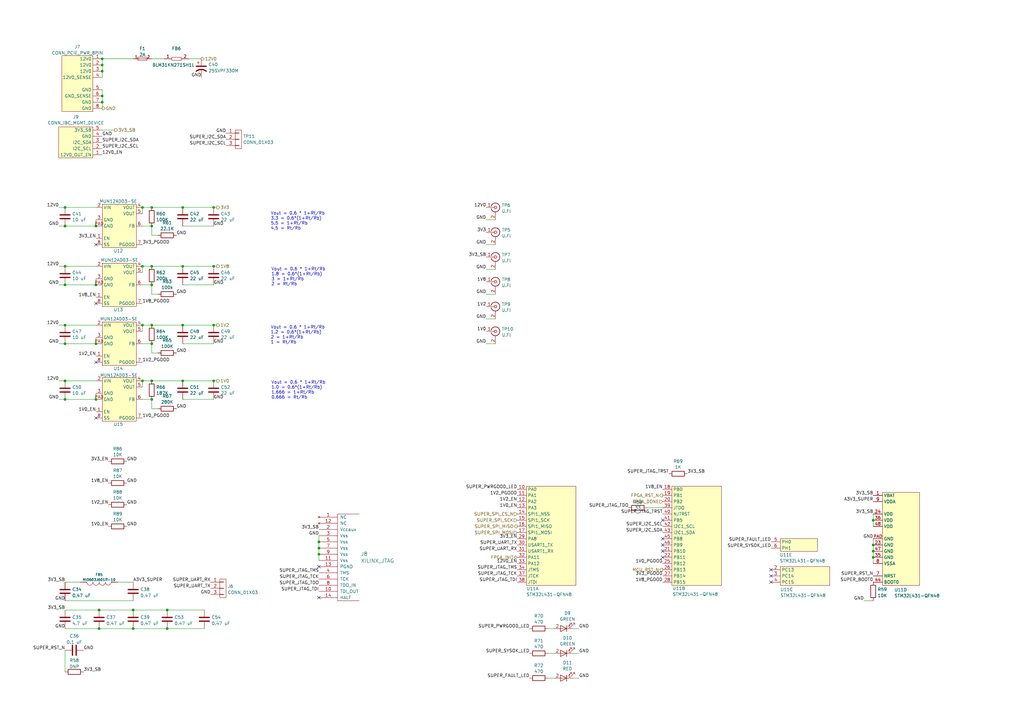
<source format=kicad_sch>
(kicad_sch (version 20231120) (generator "eeschema") (generator_version "8.0")
  (paper "A3")
  (title_block (title "FPGA - STM32 Interface Test") (date "2024-06-12") (rev "0.1") (company "Antikernel Labs"))
  (lib_symbols
    (symbol "conn:CONN_01X03" (pin_names (offset 1.016) hide)
      (property "Reference" "J" (at 0 5.08 0))
      (property "Value" "CONN_01X03" (at 2.54 0 90))
      (symbol "CONN_01X03_0_1"
        (rectangle (start -1.27 -2.413) (end 0.254 -2.667))
        (rectangle (start -1.27 0.127) (end 0.254 -0.127))
        (rectangle (start -1.27 2.667) (end 0.254 2.413))
        (rectangle (start -1.27 3.81) (end 1.27 -3.81))
      )
      (symbol "CONN_01X03_1_1"
        (pin passive line (at -5.08 2.54 0) (length 3.81) (name "P1") (number "1"))
        (pin passive line (at -5.08 0 0) (length 3.81) (name "P2") (number "2"))
        (pin passive line (at -5.08 -2.54 0) (length 3.81) (name "P3") (number "3"))
      )
    )
    (symbol "conn:CONN_COAXIAL" (pin_names (offset 1.016) hide)
      (property "Reference" "J" (at 0.254 3.048 0))
      (property "Value" "CONN_COAXIAL" (at 2.921 0 90))
      (symbol "CONN_COAXIAL_0_1"
        (arc (start -1.778 -0.508) (mid 0.2311 -1.8066) (end 1.778 0) (stroke (width 0.254)))
        (polyline (pts (xy -1.27 0) (xy -0.508 0)))
        (polyline (pts (xy 0 -2.54) (xy 0 -1.778)))
        (circle (center 0 0) (radius 0.508) (stroke (width 0.2032)))
        (arc (start 1.778 0) (mid 0.2099 1.8101) (end -1.778 0.508) (stroke (width 0.254)))
      )
      (symbol "CONN_COAXIAL_1_1"
        (pin passive line (at -3.81 0 0) (length 2.54) (name "In") (number "1"))
        (pin passive line (at 0 -5.08 90) (length 2.54) (name "Ext") (number "2"))
      )
    )
    (symbol "device:C" (pin_numbers hide) (pin_names (offset 0.254))
      (property "Reference" "C" (at 0.635 2.54 0))
      (property "Value" "C" (at 0.635 -2.54 0))
      (symbol "C_0_1"
        (polyline (pts (xy -2.032 -0.762) (xy 2.032 -0.762)) (stroke (width 0.508)))
        (polyline (pts (xy -2.032 0.762) (xy 2.032 0.762)) (stroke (width 0.508)))
      )
      (symbol "C_1_1"
        (pin passive line (at 0 3.81 270) (length 2.794) (name "~") (number "1"))
        (pin passive line (at 0 -3.81 90) (length 2.794) (name "~") (number "2"))
      )
    )
    (symbol "device:CP1" (pin_numbers hide) (pin_names (offset 0.254) hide)
      (property "Reference" "C" (at 0.635 2.54 0))
      (property "Value" "CP1" (at 0.635 -2.54 0))
      (symbol "CP1_0_1"
        (polyline (pts (xy -2.032 0.762) (xy 2.032 0.762)) (stroke (width 0.508)))
        (polyline (pts (xy -1.778 2.286) (xy -0.762 2.286)))
        (polyline (pts (xy -1.27 1.778) (xy -1.27 2.794)))
        (arc (start 2.032 -1.27) (mid 0 -0.5572) (end -2.032 -1.27) (stroke (width 0.508)))
      )
      (symbol "CP1_1_1"
        (pin passive line (at 0 3.81 270) (length 2.794) (name "~") (number "1"))
        (pin passive line (at 0 -3.81 90) (length 3.302) (name "~") (number "2"))
      )
    )
    (symbol "device:LED" (pin_names (offset 1.016) hide)
      (property "Reference" "D" (at 0 2.54 0))
      (property "Value" "LED" (at 0 -2.54 0))
      (symbol "LED_0_1"
        (polyline (pts (xy -1.27 -1.27) (xy -1.27 1.27)) (stroke (width 0.2032)))
        (polyline (pts (xy -1.27 0) (xy 1.27 0)))
        (polyline (pts (xy 1.27 -1.27) (xy 1.27 1.27) (xy -1.27 0) (xy 1.27 -1.27)) (stroke (width 0.2032)))
        (polyline (pts (xy -3.048 -0.762) (xy -4.572 -2.286) (xy -3.81 -2.286) (xy -4.572 -2.286) (xy -4.572 -1.524)))
        (polyline (pts (xy -1.778 -0.762) (xy -3.302 -2.286) (xy -2.54 -2.286) (xy -3.302 -2.286) (xy -3.302 -1.524)))
      )
      (symbol "LED_1_1"
        (pin passive line (at -3.81 0 0) (length 2.54) (name "K") (number "1"))
        (pin passive line (at 3.81 0 180) (length 2.54) (name "A") (number "2"))
      )
    )
    (symbol "device:R" (pin_numbers hide) (pin_names (offset 0))
      (property "Reference" "R" (at 2.032 0 90))
      (property "Value" "R" (at 0 0 90))
      (symbol "R_0_1"
        (rectangle (start -1.016 -2.54) (end 1.016 2.54) (stroke (width 0.254)))
      )
      (symbol "R_1_1"
        (pin passive line (at 0 3.81 270) (length 1.27) (name "~") (number "1"))
        (pin passive line (at 0 -3.81 90) (length 1.27) (name "~") (number "2"))
      )
    )
    (symbol "passive-azonenberg:FERRITE_SMALL2" (pin_names (offset 1.016))
      (property "Reference" "FB" (at 0 2.54 0))
      (property "Value" "FERRITE_SMALL2" (at 0 -2.54 0))
      (symbol "FERRITE_SMALL2_0_1"
        (rectangle (start -1.905 0.635) (end 1.905 -0.635))
      )
      (symbol "FERRITE_SMALL2_1_1"
        (pin input line (at -5.08 0 0) (length 3.175) (name "~") (number "1"))
        (pin power_out line (at 5.08 0 180) (length 3.175) (name "~") (number "2"))
      )
    )
    (symbol "passive-azonenberg:INDUCTOR_PWROUT" (pin_numbers hide) (pin_names (offset 1.016) hide)
      (property "Reference" "L" (at -1.27 0 90))
      (property "Value" "INDUCTOR_PWROUT" (at 2.54 0 90))
      (symbol "INDUCTOR_PWROUT_0_1"
        (arc (start 0.0254 -5.0546) (mid 1.245 -3.7973) (end 0.0254 -2.54))
        (arc (start 0.0254 -2.5146) (mid 1.2704 -1.2319) (end 0.0254 0.0508))
        (arc (start 0.0254 0.0254) (mid 1.2704 1.3081) (end 0.0254 2.5908))
        (arc (start 0.0254 2.5654) (mid 1.1942 3.7719) (end 0.0254 4.9784))
      )
      (symbol "INDUCTOR_PWROUT_1_1"
        (pin power_out line (at 0 7.62 270) (length 2.54) (name "1") (number "1"))
        (pin passive line (at 0 -7.62 90) (length 2.54) (name "2") (number "2"))
      )
    )
    (symbol "power-azonenberg:CONN_IBC_MGMT_DEVICE"
      (property "Reference" "J" (at 0 -1.27 0))
      (property "Value" "CONN_IBC_MGMT_DEVICE" (at 0 -3.81 0))
      (symbol "CONN_IBC_MGMT_DEVICE_0_1"
        (rectangle (start 0 12.7) (end -13.97 0) (stroke (width 0.1524)) (fill (type background)))
      )
      (symbol "CONN_IBC_MGMT_DEVICE_1_1"
        (pin input line (at 3.81 1.27 180) (length 3.81) (name "12V0_OUT_EN") (number "1"))
        (pin bidirectional line (at 3.81 3.81 180) (length 3.81) (name "I2C_SCL") (number "2"))
        (pin bidirectional line (at 3.81 6.35 180) (length 3.81) (name "I2C_SDA") (number "3"))
        (pin power_in line (at 3.81 8.89 180) (length 3.81) (name "GND") (number "4"))
        (pin power_out line (at 3.81 11.43 180) (length 3.81) (name "3V3_SB") (number "5"))
      )
    )
    (symbol "power-azonenberg:CONN_PCIE_PWR_8PIN"
      (property "Reference" "J" (at 0 -1.27 0))
      (property "Value" "CONN_PCIE_PWR_8PIN" (at 0 -3.81 0))
      (symbol "CONN_PCIE_PWR_8PIN_0_1"
        (rectangle (start 0 22.86) (end -12.7 0) (stroke (width 0.1524)) (fill (type background)))
      )
      (symbol "CONN_PCIE_PWR_8PIN_1_1"
        (pin power_out line (at 3.81 21.59 180) (length 3.81) (name "12V0") (number "1"))
        (pin power_in line (at 3.81 19.05 180) (length 3.81) (name "12V0") (number "2"))
        (pin power_in line (at 3.81 16.51 180) (length 3.81) (name "12V0") (number "3"))
        (pin power_in line (at 3.81 13.97 180) (length 3.81) (name "12V0_SENSE") (number "4"))
        (pin power_out line (at 3.81 8.89 180) (length 3.81) (name "GND") (number "5"))
        (pin power_in line (at 3.81 6.35 180) (length 3.81) (name "GND_SENSE") (number "6"))
        (pin power_in line (at 3.81 3.81 180) (length 3.81) (name "GND") (number "7"))
        (pin power_in line (at 3.81 1.27 180) (length 3.81) (name "GND") (number "8"))
      )
    )
    (symbol "power-azonenberg:FUSE_PWROUT_2" (pin_names (offset 0.254))
      (property "Reference" "F" (at 4.445 1.27 0))
      (property "Value" "FUSE_PWROUT_2" (at -0.635 -1.905 0))
      (symbol "FUSE_PWROUT_2_0_1"
        (rectangle (start -1.905 0.635) (end 1.905 -0.635))
        (polyline (pts (xy 1.905 0) (xy -1.905 0)))
      )
      (symbol "FUSE_PWROUT_2_1_1"
        (pin power_in line (at -3.81 0 0) (length 2.54) (name "~") (number "1"))
        (pin power_out line (at 3.81 0 180) (length 2.54) (name "~") (number "2"))
      )
    )
    (symbol "power-azonenberg:MUN12AD03-SE"
      (property "Reference" "U" (at 0 -3.048 0))
      (symbol "MUN12AD03-SE_1_1"
        (rectangle (start 0 17.78) (end 13.97 0) (fill (type background)))
        (pin input line (at -2.54 3.81 0) (length 2.54) (name "EN") (number "1"))
        (pin power_in line (at -2.54 16.51 0) (length 2.54) (name "VIN") (number "2"))
        (pin power_in line (at -2.54 11.43 0) (length 2.54) (name "GND") (number "3"))
        (pin power_out line (at 16.51 16.51 180) (length 2.54) (name "VOUT") (number "4"))
        (pin power_in line (at 16.51 13.97 180) (length 2.54) (name "VOUT") (number "5"))
        (pin input line (at 16.51 8.89 180) (length 2.54) (name "FB") (number "6"))
        (pin open_collector line (at 16.51 1.27 180) (length 2.54) (name "PGOOD") (number "7"))
        (pin input line (at -2.54 1.27 0) (length 2.54) (name "SS") (number "8"))
        (pin power_in line (at -2.54 8.89 0) (length 2.54) (name "GND") (number "PAD"))
      )
    )
    (symbol "st-azonenberg:STM32L431-QFN48"
      (property "Reference" "U" (at 1.27 -1.27 0))
      (property "Value" "STM32L431-QFN48" (at 8.89 -3.81 0))
      (symbol "STM32L431-QFN48_1_1"
        (rectangle (start 0 40.64) (end 20.32 0) (stroke (width 0.1524)) (fill (type background)))
        (pin bidirectional line (at -3.81 39.37 0) (length 3.81) (name "PA0") (number "10"))
        (pin bidirectional line (at -3.81 36.83 0) (length 3.81) (name "PA1") (number "11") (alternate "SPI1_SCK" bidirectional line))
        (pin bidirectional line (at -3.81 34.29 0) (length 3.81) (name "PA2") (number "12"))
        (pin bidirectional line (at -3.81 31.75 0) (length 3.81) (name "PA3") (number "13"))
        (pin bidirectional line (at -3.81 29.21 0) (length 3.81) (name "PA4") (number "14") (alternate "SPI1_NSS" bidirectional line))
        (pin bidirectional line (at -3.81 26.67 0) (length 3.81) (name "PA5") (number "15") (alternate "SPI1_SCK" bidirectional line))
        (pin bidirectional line (at -3.81 24.13 0) (length 3.81) (name "PA6") (number "16") (alternate "SPI1_MISO" bidirectional line))
        (pin bidirectional line (at -3.81 21.59 0) (length 3.81) (name "PA7") (number "17") (alternate "SPI1_MOSI" bidirectional line))
        (pin bidirectional line (at -3.81 19.05 0) (length 3.81) (name "PA8") (number "29"))
        (pin bidirectional line (at -3.81 16.51 0) (length 3.81) (name "PA9") (number "30") (alternate "I2C1_SCL" bidirectional line) (alternate "USART1_TX" output line))
        (pin bidirectional line (at -3.81 13.97 0) (length 3.81) (name "PA10") (number "31") (alternate "I2C1_SDA" bidirectional line) (alternate "USART1_RX" input line))
        (pin bidirectional line (at -3.81 11.43 0) (length 3.81) (name "PA11") (number "32") (alternate "SPI1_MISO" bidirectional line))
        (pin bidirectional line (at -3.81 8.89 0) (length 3.81) (name "PA12") (number "33") (alternate "SPI1_MOSI" bidirectional line))
        (pin bidirectional line (at -3.81 6.35 0) (length 3.81) (name "PA13") (number "34") (alternate "JTMS" input line))
        (pin bidirectional line (at -3.81 3.81 0) (length 3.81) (name "PA14") (number "37") (alternate "JTCK" input line))
        (pin bidirectional line (at -3.81 1.27 0) (length 3.81) (name "PA15") (number "38") (alternate "JTDI" input line) (alternate "SPI1_NSS" bidirectional line))
      )
      (symbol "STM32L431-QFN48_2_1"
        (rectangle (start 0 40.64) (end 20.32 0) (stroke (width 0.1524)) (fill (type background)))
        (pin bidirectional line (at -3.81 39.37 0) (length 3.81) (name "PB0") (number "18") (alternate "SPI1_NSS" bidirectional line))
        (pin bidirectional line (at -3.81 36.83 0) (length 3.81) (name "PB1") (number "19"))
        (pin bidirectional line (at -3.81 34.29 0) (length 3.81) (name "PB2") (number "20"))
        (pin bidirectional line (at -3.81 13.97 0) (length 3.81) (name "PB10") (number "21"))
        (pin bidirectional line (at -3.81 11.43 0) (length 3.81) (name "PB11") (number "22"))
        (pin bidirectional line (at -3.81 8.89 0) (length 3.81) (name "PB12") (number "25"))
        (pin bidirectional line (at -3.81 6.35 0) (length 3.81) (name "PB13") (number "26"))
        (pin bidirectional line (at -3.81 3.81 0) (length 3.81) (name "PB14") (number "27"))
        (pin bidirectional line (at -3.81 1.27 0) (length 3.81) (name "PB15") (number "28"))
        (pin bidirectional line (at -3.81 31.75 0) (length 3.81) (name "PB3") (number "39") (alternate "JTDO" output line) (alternate "SPI1_SCK" bidirectional line))
        (pin bidirectional line (at -3.81 29.21 0) (length 3.81) (name "PB4") (number "40") (alternate "NJTRST" input line) (alternate "SPI1_MISO" bidirectional line))
        (pin bidirectional line (at -3.81 26.67 0) (length 3.81) (name "PB5") (number "41") (alternate "SPI1_MOSI" bidirectional line))
        (pin bidirectional line (at -3.81 24.13 0) (length 3.81) (name "PB6") (number "42") (alternate "I2C1_SCL" bidirectional line) (alternate "USART1_TX" output line))
        (pin bidirectional line (at -3.81 21.59 0) (length 3.81) (name "PB7") (number "43") (alternate "I2C1_SDA" bidirectional line) (alternate "USART1_RX" input line))
        (pin bidirectional line (at -3.81 19.05 0) (length 3.81) (name "PB8") (number "45") (alternate "I2C1_SCL" bidirectional line))
        (pin bidirectional line (at -3.81 16.51 0) (length 3.81) (name "PB9") (number "46") (alternate "I2C1_SDA" bidirectional line))
      )
      (symbol "STM32L431-QFN48_3_1"
        (rectangle (start 0 7.62) (end 20.32 0) (stroke (width 0.1524)) (fill (type background)))
        (pin bidirectional line (at -3.81 6.35 0) (length 3.81) (name "PC13") (number "2"))
        (pin bidirectional line (at -3.81 3.81 0) (length 3.81) (name "PC14") (number "3"))
        (pin bidirectional line (at -3.81 1.27 0) (length 3.81) (name "PC15") (number "4"))
      )
      (symbol "STM32L431-QFN48_4_1"
        (rectangle (start 0 38.1) (end 15.24 0) (stroke (width 0.1524)) (fill (type background)))
        (pin power_in line (at -3.81 36.83 0) (length 3.81) (name "VBAT") (number "1"))
        (pin power_in line (at -3.81 16.51 0) (length 3.81) (name "GND") (number "23"))
        (pin power_in line (at -3.81 29.21 0) (length 3.81) (name "VDD") (number "24"))
        (pin power_in line (at -3.81 11.43 0) (length 3.81) (name "GND") (number "35"))
        (pin power_in line (at -3.81 26.67 0) (length 3.81) (name "VDD") (number "36"))
        (pin input line (at -3.81 1.27 0) (length 3.81) (name "BOOT0") (number "44"))
        (pin power_in line (at -3.81 13.97 0) (length 3.81) (name "GND") (number "47"))
        (pin power_in line (at -3.81 24.13 0) (length 3.81) (name "VDD") (number "48"))
        (pin input line (at -3.81 3.81 0) (length 3.81) (name "NRST") (number "7"))
        (pin power_in line (at -3.81 8.89 0) (length 3.81) (name "VSSA") (number "8"))
        (pin power_in line (at -3.81 34.29 0) (length 3.81) (name "VDDA") (number "9"))
        (pin power_in line (at -3.81 19.05 0) (length 3.81) (name "GND") (number "PAD"))
      )
      (symbol "STM32L431-QFN48_5_1"
        (rectangle (start 0 5.08) (end 15.24 0) (fill (type background)))
        (pin bidirectional line (at -3.81 3.81 0) (length 3.81) (name "PH0") (number "5"))
        (pin bidirectional line (at -3.81 1.27 0) (length 3.81) (name "PH1") (number "6"))
      )
    )
    (symbol "xilinx-azonenberg:XILINX_JTAG" (pin_names (offset 1.016))
      (property "Reference" "J" (at 12.7 39.37 0))
      (property "Value" "XILINX_JTAG" (at 12.7 36.83 0))
      (symbol "XILINX_JTAG_0_1"
        (polyline (pts (xy 16.51 -1.27) (xy 7.62 -1.27) (xy 7.62 34.29) (xy 16.51 34.29)))
      )
      (symbol "XILINX_JTAG_1_1"
        (pin no_connect line (at 0 33.02 0) (length 7.62) (name "NC") (number "1"))
        (pin output line (at 0 2.54 0) (length 7.62) (name "TDI_OUT") (number "10"))
        (pin power_in line (at 0 15.24 0) (length 7.62) (name "Vss") (number "11"))
        (pin no_connect line (at 0 30.48 0) (length 7.62) (name "NC") (number "12"))
        (pin bidirectional line (at 0 12.7 0) (length 7.62) (name "PGND") (number "13"))
        (pin output line (at 0 0 0) (length 7.62) (name "HALT") (number "14"))
        (pin power_in line (at 0 27.94 0) (length 7.62) (name "Vccaux") (number "2"))
        (pin power_in line (at 0 25.4 0) (length 7.62) (name "Vss") (number "3"))
        (pin output line (at 0 10.16 0) (length 7.62) (name "TMS") (number "4"))
        (pin power_in line (at 0 22.86 0) (length 7.62) (name "Vss") (number "5"))
        (pin output line (at 0 7.62 0) (length 7.62) (name "TCK") (number "6"))
        (pin power_in line (at 0 20.32 0) (length 7.62) (name "Vss") (number "7"))
        (pin input line (at 0 5.08 0) (length 7.62) (name "TDO_IN") (number "8"))
        (pin power_in line (at 0 17.78 0) (length 7.62) (name "Vss") (number "9"))
      )
    )
  )
  (junction (at 74.93 156.21))
  (junction (at 130.81 227.33))
  (junction (at 62.23 140.97))
  (junction (at 87.63 85.09))
  (junction (at 358.14 226.06))
  (junction (at 130.81 222.25))
  (junction (at 358.14 213.36))
  (junction (at 62.23 85.09))
  (junction (at 26.67 92.71))
  (junction (at 39.37 140.97))
  (junction (at 74.93 133.35))
  (junction (at 87.63 109.22))
  (junction (at 62.23 156.21))
  (junction (at 40.64 250.19))
  (junction (at 41.91 29.21))
  (junction (at 58.42 109.22))
  (junction (at 130.81 224.79))
  (junction (at 26.67 156.21))
  (junction (at 62.23 116.84))
  (junction (at 68.58 250.19))
  (junction (at 26.67 109.22))
  (junction (at 58.42 133.35))
  (junction (at 58.42 156.21))
  (junction (at 41.91 41.91))
  (junction (at 74.93 85.09))
  (junction (at 26.67 163.83))
  (junction (at 39.37 163.83))
  (junction (at 26.67 140.97))
  (junction (at 26.67 116.84))
  (junction (at 41.91 39.37))
  (junction (at 40.64 257.81))
  (junction (at 26.67 133.35))
  (junction (at 87.63 156.21))
  (junction (at 358.14 223.52))
  (junction (at 68.58 257.81))
  (junction (at 54.61 257.81))
  (junction (at 58.42 85.09))
  (junction (at 54.61 250.19))
  (junction (at 62.23 109.22))
  (junction (at 41.91 24.13))
  (junction (at 26.67 85.09))
  (junction (at 39.37 92.71))
  (junction (at 62.23 92.71))
  (junction (at 41.91 26.67))
  (junction (at 62.23 163.83))
  (junction (at 39.37 116.84))
  (junction (at 62.23 133.35))
  (junction (at 87.63 133.35))
  (junction (at 358.14 228.6))
  (junction (at 74.93 109.22))
  (no_connect (at 130.81 232.41))
  (no_connect (at 271.78 213.36))
  (no_connect (at 130.81 245.11))
  (no_connect (at 271.78 220.98))
  (no_connect (at 39.37 100.33))
  (no_connect (at 39.37 148.59))
  (no_connect (at 39.37 171.45))
  (no_connect (at 271.78 228.6))
  (no_connect (at 316.23 236.22))
  (no_connect (at 316.23 238.76))
  (no_connect (at 316.23 233.68))
  (no_connect (at 271.78 226.06))
  (no_connect (at 271.78 223.52))
  (no_connect (at 39.37 124.46))
  (wire (pts (xy 74.93 116.84) (xy 87.63 116.84)))
  (wire (pts (xy 68.58 257.81) (xy 83.82 257.81)))
  (wire (pts (xy 54.61 250.19) (xy 68.58 250.19)))
  (wire (pts (xy 358.14 210.82) (xy 358.14 213.36)))
  (wire (pts (xy 62.23 133.35) (xy 74.93 133.35)))
  (wire (pts (xy 24.13 140.97) (xy 26.67 140.97)))
  (wire (pts (xy 62.23 85.09) (xy 74.93 85.09)))
  (wire (pts (xy 199.39 120.65) (xy 203.2 120.65)))
  (wire (pts (xy 41.91 24.13) (xy 41.91 26.67)))
  (wire (pts (xy 87.63 85.09) (xy 88.9 85.09)))
  (wire (pts (xy 58.42 133.35) (xy 58.42 135.89)))
  (wire (pts (xy 54.61 24.13) (xy 41.91 24.13)))
  (wire (pts (xy 87.63 133.35) (xy 88.9 133.35)))
  (wire (pts (xy 358.14 220.98) (xy 358.14 223.52)))
  (wire (pts (xy 26.67 266.7) (xy 26.67 275.59)))
  (wire (pts (xy 26.67 163.83) (xy 39.37 163.83)))
  (wire (pts (xy 74.93 109.22) (xy 87.63 109.22)))
  (wire (pts (xy 234.95 278.13) (xy 237.49 278.13)))
  (wire (pts (xy 130.81 222.25) (xy 130.81 224.79)))
  (wire (pts (xy 26.67 92.71) (xy 39.37 92.71)))
  (wire (pts (xy 54.61 257.81) (xy 68.58 257.81)))
  (wire (pts (xy 62.23 116.84) (xy 62.23 120.65)))
  (wire (pts (xy 24.13 163.83) (xy 26.67 163.83)))
  (wire (pts (xy 130.81 224.79) (xy 130.81 227.33)))
  (wire (pts (xy 26.67 116.84) (xy 39.37 116.84)))
  (wire (pts (xy 358.14 223.52) (xy 358.14 226.06)))
  (wire (pts (xy 199.39 130.81) (xy 203.2 130.81)))
  (wire (pts (xy 87.63 156.21) (xy 88.9 156.21)))
  (wire (pts (xy 39.37 114.3) (xy 39.37 116.84)))
  (wire (pts (xy 265.43 208.28) (xy 271.78 208.28)))
  (wire (pts (xy 24.13 156.21) (xy 26.67 156.21)))
  (wire (pts (xy 58.42 92.71) (xy 62.23 92.71)))
  (wire (pts (xy 41.91 53.34) (xy 46.99 53.34)))
  (wire (pts (xy 62.23 120.65) (xy 64.77 120.65)))
  (wire (pts (xy 26.67 238.76) (xy 33.02 238.76)))
  (wire (pts (xy 26.67 109.22) (xy 39.37 109.22)))
  (wire (pts (xy 41.91 29.21) (xy 41.91 31.75)))
  (wire (pts (xy 26.67 246.38) (xy 54.61 246.38)))
  (wire (pts (xy 24.13 133.35) (xy 26.67 133.35)))
  (wire (pts (xy 58.42 133.35) (xy 62.23 133.35)))
  (wire (pts (xy 62.23 109.22) (xy 74.93 109.22)))
  (wire (pts (xy 130.81 219.71) (xy 130.81 222.25)))
  (wire (pts (xy 58.42 163.83) (xy 62.23 163.83)))
  (wire (pts (xy 199.39 100.33) (xy 203.2 100.33)))
  (wire (pts (xy 26.67 250.19) (xy 40.64 250.19)))
  (wire (pts (xy 74.93 156.21) (xy 87.63 156.21)))
  (wire (pts (xy 358.14 226.06) (xy 358.14 228.6)))
  (wire (pts (xy 62.23 156.21) (xy 74.93 156.21)))
  (wire (pts (xy 224.79 257.81) (xy 227.33 257.81)))
  (wire (pts (xy 62.23 92.71) (xy 62.23 96.52)))
  (wire (pts (xy 26.67 156.21) (xy 39.37 156.21)))
  (wire (pts (xy 39.37 90.17) (xy 39.37 92.71)))
  (wire (pts (xy 62.23 144.78) (xy 64.77 144.78)))
  (wire (pts (xy 40.64 257.81) (xy 54.61 257.81)))
  (wire (pts (xy 24.13 92.71) (xy 26.67 92.71)))
  (wire (pts (xy 58.42 109.22) (xy 62.23 109.22)))
  (wire (pts (xy 41.91 26.67) (xy 41.91 29.21)))
  (wire (pts (xy 24.13 109.22) (xy 26.67 109.22)))
  (wire (pts (xy 87.63 109.22) (xy 88.9 109.22)))
  (wire (pts (xy 26.67 85.09) (xy 39.37 85.09)))
  (wire (pts (xy 39.37 138.43) (xy 39.37 140.97)))
  (wire (pts (xy 58.42 85.09) (xy 62.23 85.09)))
  (wire (pts (xy 224.79 278.13) (xy 227.33 278.13)))
  (wire (pts (xy 24.13 116.84) (xy 26.67 116.84)))
  (wire (pts (xy 74.93 92.71) (xy 87.63 92.71)))
  (wire (pts (xy 40.64 250.19) (xy 54.61 250.19)))
  (wire (pts (xy 41.91 39.37) (xy 41.91 41.91)))
  (wire (pts (xy 58.42 140.97) (xy 62.23 140.97)))
  (wire (pts (xy 74.93 133.35) (xy 87.63 133.35)))
  (wire (pts (xy 41.91 36.83) (xy 41.91 39.37)))
  (wire (pts (xy 26.67 140.97) (xy 39.37 140.97)))
  (wire (pts (xy 74.93 140.97) (xy 87.63 140.97)))
  (wire (pts (xy 62.23 24.13) (xy 67.31 24.13)))
  (wire (pts (xy 199.39 140.97) (xy 203.2 140.97)))
  (wire (pts (xy 224.79 267.97) (xy 227.33 267.97)))
  (wire (pts (xy 358.14 213.36) (xy 358.14 215.9)))
  (wire (pts (xy 62.23 163.83) (xy 62.23 167.64)))
  (wire (pts (xy 58.42 109.22) (xy 58.42 111.76)))
  (wire (pts (xy 26.67 257.81) (xy 40.64 257.81)))
  (wire (pts (xy 199.39 110.49) (xy 203.2 110.49)))
  (wire (pts (xy 39.37 161.29) (xy 39.37 163.83)))
  (wire (pts (xy 58.42 156.21) (xy 58.42 158.75)))
  (wire (pts (xy 130.81 227.33) (xy 130.81 229.87)))
  (wire (pts (xy 62.23 167.64) (xy 64.77 167.64)))
  (wire (pts (xy 26.67 133.35) (xy 39.37 133.35)))
  (wire (pts (xy 68.58 250.19) (xy 83.82 250.19)))
  (wire (pts (xy 58.42 116.84) (xy 62.23 116.84)))
  (wire (pts (xy 358.14 228.6) (xy 358.14 231.14)))
  (wire (pts (xy 74.93 85.09) (xy 87.63 85.09)))
  (wire (pts (xy 77.47 24.13) (xy 82.55 24.13)))
  (wire (pts (xy 199.39 90.17) (xy 203.2 90.17)))
  (wire (pts (xy 234.95 257.81) (xy 237.49 257.81)))
  (wire (pts (xy 354.33 246.38) (xy 358.14 246.38)))
  (wire (pts (xy 24.13 85.09) (xy 26.67 85.09)))
  (wire (pts (xy 58.42 85.09) (xy 58.42 87.63)))
  (wire (pts (xy 58.42 156.21) (xy 62.23 156.21)))
  (wire (pts (xy 62.23 140.97) (xy 62.23 144.78)))
  (wire (pts (xy 234.95 267.97) (xy 237.49 267.97)))
  (wire (pts (xy 41.91 41.91) (xy 41.91 44.45)))
  (wire (pts (xy 48.26 238.76) (xy 54.61 238.76)))
  (wire (pts (xy 62.23 96.52) (xy 64.77 96.52)))
  (wire (pts (xy 74.93 163.83) (xy 87.63 163.83)))
  (text "Vout = 0.6 * 1+Rt/Rb\n1.8 = 0.6*(1+Rt/Rb)\n3 = 1+Rt/Rb\n2 = Rt/Rb" (at 111.252 113.538 0) (effects (font (size 1.27 1.27)) (justify left)))
  (text "Vout = 0.6 * 1+Rt/Rb\n1.2 = 0.6*(1+Rt/Rb)\n2 = 1+Rt/Rb\n1 = Rt/Rb" (at 110.998 137.414 0) (effects (font (size 1.27 1.27)) (justify left)))
  (text "Vout = 0.6 * 1+Rt/Rb\n1.0 = 0.6*(1+Rt/Rb)\n1.666 = 1+Rt/Rb\n0.666 = Rt/Rb" (at 111.252 160.02 0) (effects (font (size 1.27 1.27)) (justify left)))
  (text "Vout = 0.6 * 1+Rt/Rb\n3.3 = 0.6*(1+Rt/Rb)\n5.5 = 1+Rt/Rb\n4.5 = Rt/Rb" (at 110.998 90.678 0) (effects (font (size 1.27 1.27)) (justify left)))
  (label "3V3_SB" (at 34.29 275.59 0))
  (label "3V3_SB" (at 358.14 203.2 180))
  (label "SUPER_JTAG_TDO" (at 257.81 208.28 180))
  (label "GND" (at 52.07 189.23 0))
  (label "GND" (at 26.67 257.81 180))
  (label "12V0" (at 24.13 85.09 180))
  (label "SUPER_I2C_SDA" (at 41.91 58.42 0))
  (label "SUPER_SYSOK_LED" (at 316.23 224.79 180))
  (label "3V3_PGOOD" (at 271.78 236.22 180))
  (label "SUPER_UART_RX" (at 212.09 226.06 180))
  (label "GND" (at 199.39 110.49 180))
  (label "3V3_SB" (at 26.67 238.76 180))
  (label "12V0" (at 24.13 156.21 180))
  (label "1V0_EN" (at 212.09 208.28 180))
  (label "GND" (at 26.67 246.38 180))
  (label "GND" (at 24.13 163.83 180))
  (label "3V3_PGOOD" (at 58.42 100.33 0))
  (label "3V3_SB" (at 358.14 210.82 180))
  (label "GND" (at 52.07 215.9 0))
  (label "GND" (at 199.39 120.65 180))
  (label "SUPER_FAULT_LED" (at 316.23 222.25 180))
  (label "12V0_EN" (at 212.09 231.14 180))
  (label "SUPER_I2C_SDA" (at 271.78 218.44 180))
  (label "SUPER_FAULT_LED" (at 217.17 278.13 180))
  (label "GND" (at 72.39 120.65 0))
  (label "SUPER_RST_N" (at 26.67 266.7 180))
  (label "1V0_PGOOD" (at 271.78 231.14 180))
  (label "1V8_PGOOD" (at 58.42 124.46 0))
  (label "3V3_SB" (at 26.67 250.19 180))
  (label "3V3_SB" (at 281.94 194.31 0))
  (label "1V8_PGOOD" (at 271.78 238.76 180))
  (label "GND" (at 199.39 130.81 180))
  (label "1V2" (at 199.39 125.73 180))
  (label "1V2_EN" (at 44.45 207.01 180))
  (label "SUPER_I2C_SCL" (at 41.91 60.96 0))
  (label "1V2_EN" (at 212.09 205.74 180))
  (label "SUPER_SYSOK_LED" (at 217.17 267.97 180))
  (label "3V3_SB" (at 130.81 217.17 180))
  (label "GND" (at 87.63 116.84 0))
  (label "SUPER_PWRGOOD_LED" (at 212.09 200.66 180))
  (label "SUPER_RST_N" (at 358.14 236.22 180))
  (label "SUPER_UART_RX" (at 86.36 238.76 180))
  (label "SUPER_I2C_SDA" (at 92.71 57.15 180))
  (label "GND" (at 72.39 96.52 0))
  (label "12V0" (at 24.13 133.35 180))
  (label "1V0" (at 199.39 135.89 180))
  (label "A3V3_SUPER" (at 358.14 205.74 180))
  (label "3V3_SB" (at 199.39 105.41 180))
  (label "1V0_PGOOD" (at 58.42 171.45 0))
  (label "1V8_EN" (at 39.37 121.92 180))
  (label "A3V3_SUPER" (at 54.61 238.76 0))
  (label "GND" (at 24.13 140.97 180))
  (label "1V8_EN" (at 271.78 200.66 180))
  (label "GND" (at 72.39 144.78 0))
  (label "3V3_EN" (at 212.09 220.98 180))
  (label "1V2_EN" (at 39.37 146.05 180))
  (label "1V8" (at 199.39 115.57 180))
  (label "GND" (at 34.29 266.7 0))
  (label "GND" (at 87.63 92.71 0))
  (label "SUPER_UART_TX" (at 212.09 223.52 180))
  (label "SUPER_JTAG_TCK" (at 130.81 237.49 180))
  (label "GND" (at 92.71 54.61 180))
  (label "SUPER_I2C_SCL" (at 271.78 215.9 180))
  (label "SUPER_JTAG_TCK" (at 212.09 236.22 180))
  (label "SUPER_I2C_SCL" (at 92.71 59.69 180))
  (label "SUPER_JTAG_TDI" (at 130.81 242.57 180))
  (label "GND" (at 199.39 90.17 180))
  (label "1V2_PGOOD" (at 58.42 148.59 0))
  (label "3V3_EN" (at 39.37 97.79 180))
  (label "SUPER_JTAG_TMS" (at 212.09 233.68 180))
  (label "SUPER_UART_TX" (at 86.36 241.3 180))
  (label "SUPER_JTAG_TMS" (at 130.81 234.95 180))
  (label "1V8_EN" (at 44.45 198.12 180))
  (label "GND" (at 237.49 257.81 0))
  (label "12V0" (at 199.39 85.09 180))
  (label "1V0_EN" (at 44.45 215.9 180))
  (label "1V0_EN" (at 39.37 168.91 180))
  (label "3V3" (at 199.39 95.25 180))
  (label "SUPER_JTAG_TRST" (at 271.78 210.82 180))
  (label "GND" (at 52.07 207.01 0))
  (label "SUPER_PWRGOOD_LED" (at 217.17 257.81 180))
  (label "GND" (at 237.49 267.97 0))
  (label "GND" (at 86.36 243.84 180))
  (label "GND" (at 52.07 198.12 0))
  (label "GND" (at 87.63 163.83 0))
  (label "GND" (at 199.39 100.33 180))
  (label "GND" (at 130.81 219.71 180))
  (label "SUPER_BOOT0" (at 358.14 238.76 180))
  (label "GND" (at 24.13 92.71 180))
  (label "GND" (at 358.14 220.98 180))
  (label "GND" (at 354.33 246.38 180))
  (label "SUPER_JTAG_TDI" (at 212.09 238.76 180))
  (label "12V0_EN" (at 41.91 63.5 0))
  (label "SUPER_JTAG_TDO" (at 130.81 240.03 180))
  (label "SUPER_JTAG_TRST" (at 274.32 194.31 180))
  (label "12V0" (at 24.13 109.22 180))
  (label "GND" (at 199.39 140.97 180))
  (label "GND" (at 41.91 55.88 0))
  (label "GND" (at 72.39 167.64 0))
  (label "GND" (at 237.49 278.13 0))
  (label "GND" (at 82.55 31.75 180))
  (label "GND" (at 87.63 140.97 0))
  (label "GND" (at 24.13 116.84 180))
  (label "3V3_EN" (at 44.45 189.23 180))
  (label "1V2_PGOOD" (at 212.09 203.2 180))
  (hierarchical_label "SUPER_SPI_MOSI" (shape input) (at 212.09 218.44 180))
  (hierarchical_label "SUPER_SPI_MISO" (shape output) (at 212.09 215.9 180))
  (hierarchical_label "3V3" (shape output) (at 88.9 85.09 0))
  (hierarchical_label "GND" (shape output) (at 41.91 44.45 0))
  (hierarchical_label "12V0" (shape output) (at 82.55 24.13 0))
  (hierarchical_label "SUPER_SPI_SCK" (shape input) (at 212.09 213.36 180))
  (hierarchical_label "FPGA_DONE" (shape input) (at 271.78 205.74 180))
  (hierarchical_label "1V2" (shape output) (at 88.9 133.35 0))
  (hierarchical_label "1V0" (shape output) (at 88.9 156.21 0))
  (hierarchical_label "MCU_RST_N" (shape output) (at 271.78 233.68 180))
  (hierarchical_label "3V3_SB" (shape output) (at 46.99 53.34 0))
  (hierarchical_label "FPGA_RST_N" (shape output) (at 271.78 203.2 180))
  (hierarchical_label "1V8" (shape output) (at 88.9 109.22 0))
  (hierarchical_label "FPGA_INIT" (shape bidirectional) (at 212.09 228.6 180))
  (hierarchical_label "SUPER_SPI_CS_N" (shape input) (at 212.09 210.82 180))
  (symbol (lib_id "device:C") (at 26.67 113.03 0) (unit 1)
    (property "Reference" "C44" (at 29.591 111.8178 0) (effects (justify left)))
    (property "Value" "10 uF" (at 29.591 114.2421 0) (effects (justify left)))
    (property "Footprint" "azonenberg_pcb:EIA_1210_CAP_NOSILK" (effects (hide yes)))
    (property "Description" "Unpolarized capacitor" (effects (hide yes)))
  )
  (symbol (lib_id "st-azonenberg:STM32L431-QFN48") (at 320.04 240.03 0) (unit 3)
    (property "Reference" "U11" (at 320.04 241.808 0) (effects (justify left)))
    (property "Value" "STM32L431-QFN48" (at 320.04 244.2323 0) (effects (justify left)))
    (property "Footprint" "azonenberg_pcb:QFN_48_0.5MM_7x7MM" (effects (hide yes)))
    (pin "34" (alternate "JTMS"))
    (pin "43" (alternate "I2C1_SDA"))
    (pin "38" (alternate "JTDI"))
    (pin "17" (alternate "SPI1_MOSI"))
    (pin "31" (alternate "USART1_RX"))
    (pin "30" (alternate "USART1_TX"))
    (pin "40" (alternate "NJTRST"))
    (pin "14" (alternate "SPI1_NSS"))
    (pin "15" (alternate "SPI1_SCK"))
    (pin "16" (alternate "SPI1_MISO"))
    (pin "42" (alternate "I2C1_SCL"))
    (pin "37" (alternate "JTCK"))
    (pin "39" (alternate "JTDO"))
  )
  (symbol (lib_id "device:R") (at 68.58 120.65 90) (unit 1)
    (property "Reference" "R63" (at 68.58 115.4895 90))
    (property "Value" "100k" (at 68.58 117.9138 90))
    (property "Footprint" "azonenberg_pcb:EIA_0402_RES_NOSILK" (effects (hide yes)))
    (property "Description" "Resistor" (effects (hide yes)))
  )
  (symbol (lib_id "device:C") (at 83.82 254 0) (unit 1)
    (property "Reference" "C54" (at 86.741 253.1653 0) (effects (justify left)))
    (property "Value" "0.47 uF" (at 86.741 255.7022 0) (effects (justify left)))
    (property "Footprint" "azonenberg_pcb:EIA_0402_CAP_NOSILK" (effects (hide yes)))
  )
  (symbol (lib_id "power-azonenberg:FUSE_PWROUT_2") (at 58.42 24.13 0) (unit 1)
    (property "Reference" "F1" (at 58.42 19.9222 0))
    (property "Value" "2A" (at 58.42 22.4591 0))
    (property "Footprint" "azonenberg_pcb:EIA_0603_CAP_NOSILK" (effects (hide yes)))
  )
  (symbol (lib_id "st-azonenberg:STM32L431-QFN48") (at 320.04 226.06 0) (unit 5)
    (property "Reference" "U11" (at 319.786 227.584 0) (effects (justify left)))
    (property "Value" "STM32L431-QFN48" (at 319.786 230.0083 0) (effects (justify left)))
    (property "Footprint" "azonenberg_pcb:QFN_48_0.5MM_7x7MM" (effects (hide yes)))
    (pin "34" (alternate "JTMS"))
    (pin "43" (alternate "I2C1_SDA"))
    (pin "38" (alternate "JTDI"))
    (pin "17" (alternate "SPI1_MOSI"))
    (pin "31" (alternate "USART1_RX"))
    (pin "30" (alternate "USART1_TX"))
    (pin "40" (alternate "NJTRST"))
    (pin "14" (alternate "SPI1_NSS"))
    (pin "15" (alternate "SPI1_SCK"))
    (pin "16" (alternate "SPI1_MISO"))
    (pin "42" (alternate "I2C1_SCL"))
    (pin "37" (alternate "JTCK"))
    (pin "39" (alternate "JTDO"))
  )
  (symbol (lib_id "device:C") (at 87.63 88.9 0) (unit 1)
    (property "Reference" "C43" (at 90.551 87.6878 0) (effects (justify left)))
    (property "Value" "22 uF" (at 90.551 90.1121 0) (effects (justify left)))
    (property "Footprint" "azonenberg_pcb:EIA_1210_CAP_NOSILK" (effects (hide yes)))
    (property "Description" "Unpolarized capacitor" (effects (hide yes)))
  )
  (symbol (lib_id "conn:CONN_COAXIAL") (at 203.2 125.73 0) (unit 1)
    (property "Reference" "TP9" (at 205.7401 124.811 0) (effects (justify left)))
    (property "Value" "U.Fl" (at 205.7401 127.2353 0) (effects (justify left)))
    (property "Footprint" "azonenberg_pcb:CONN_U.FL_TE_1909763-1" (effects (hide yes)))
    (property "Description" "coaxial connector (BNC, SMA, SMB, SMC, Cinch/RCA, ...)" (effects (hide yes)))
  )
  (symbol (lib_id "device:R") (at 62.23 137.16 0) (unit 1)
    (property "Reference" "R64" (at 64.008 135.9478 0) (effects (justify left)))
    (property "Value" "100K" (at 64.008 138.3721 0) (effects (justify left)))
    (property "Footprint" "azonenberg_pcb:EIA_0402_RES_NOSILK" (effects (hide yes)))
    (property "Description" "Resistor" (effects (hide yes)))
  )
  (symbol (lib_id "device:R") (at 62.23 113.03 0) (unit 1)
    (property "Reference" "R62" (at 64.008 111.8178 0) (effects (justify left)))
    (property "Value" "200k" (at 64.008 114.2421 0) (effects (justify left)))
    (property "Footprint" "azonenberg_pcb:EIA_0402_RES_NOSILK" (effects (hide yes)))
    (property "Description" "Resistor" (effects (hide yes)))
  )
  (symbol (lib_id "st-azonenberg:STM32L431-QFN48") (at 215.9 240.03 0) (unit 1)
    (property "Reference" "U11" (at 215.9 241.4157 0) (effects (justify left)))
    (property "Value" "STM32L431-QFN48" (at 215.9 243.84 0) (effects (justify left)))
    (property "Footprint" "azonenberg_pcb:QFN_48_0.5MM_7x7MM" (effects (hide yes)))
    (pin "34" (alternate "JTMS"))
    (pin "43" (alternate "I2C1_SDA"))
    (pin "38" (alternate "JTDI"))
    (pin "17" (alternate "SPI1_MOSI"))
    (pin "31" (alternate "USART1_RX"))
    (pin "30" (alternate "USART1_TX"))
    (pin "40" (alternate "NJTRST"))
    (pin "14" (alternate "SPI1_NSS"))
    (pin "15" (alternate "SPI1_SCK"))
    (pin "16" (alternate "SPI1_MISO"))
    (pin "42" (alternate "I2C1_SCL"))
    (pin "37" (alternate "JTCK"))
    (pin "39" (alternate "JTDO"))
  )
  (symbol (lib_id "device:C") (at 54.61 242.57 0) (unit 1)
    (property "Reference" "C38" (at 57.531 241.7353 0) (effects (justify left)))
    (property "Value" "0.47 uF" (at 57.531 244.2722 0) (effects (justify left)))
    (property "Footprint" "azonenberg_pcb:EIA_0402_CAP_NOSILK" (effects (hide yes)))
  )
  (symbol (lib_id "power-azonenberg:MUN12AD03-SE") (at 41.91 172.72 0) (unit 1)
    (property "Reference" "U15" (at 48.514 173.99 0))
    (property "Value" "MUN12AD03-SE" (at 48.768 153.924 0))
    (property "Footprint" "azonenberg_pcb:MODULE_CYNTEC_MUN12AD03-SE" (effects (hide yes)))
  )
  (symbol (lib_id "device:C") (at 87.63 113.03 0) (unit 1)
    (property "Reference" "C46" (at 90.551 111.8178 0) (effects (justify left)))
    (property "Value" "22 uF" (at 90.551 114.2421 0) (effects (justify left)))
    (property "Footprint" "azonenberg_pcb:EIA_0805_CAP_NOSILK" (effects (hide yes)))
    (property "Description" "Unpolarized capacitor" (effects (hide yes)))
  )
  (symbol (lib_id "st-azonenberg:STM32L431-QFN48") (at 361.95 240.03 0) (unit 4)
    (property "Reference" "U11" (at 366.776 241.9237 0) (effects (justify left)))
    (property "Value" "STM32L431-QFN48" (at 366.776 244.348 0) (effects (justify left)))
    (property "Footprint" "azonenberg_pcb:QFN_48_0.5MM_7x7MM" (effects (hide yes)))
    (pin "34" (alternate "JTMS"))
    (pin "43" (alternate "I2C1_SDA"))
    (pin "38" (alternate "JTDI"))
    (pin "17" (alternate "SPI1_MOSI"))
    (pin "31" (alternate "USART1_RX"))
    (pin "30" (alternate "USART1_TX"))
    (pin "40" (alternate "NJTRST"))
    (pin "14" (alternate "SPI1_NSS"))
    (pin "15" (alternate "SPI1_SCK"))
    (pin "16" (alternate "SPI1_MISO"))
    (pin "42" (alternate "I2C1_SCL"))
    (pin "37" (alternate "JTCK"))
    (pin "39" (alternate "JTDO"))
  )
  (symbol (lib_id "device:C") (at 87.63 160.02 0) (unit 1)
    (property "Reference" "C52" (at 90.551 158.8078 0) (effects (justify left)))
    (property "Value" "22 uF" (at 90.551 161.2321 0) (effects (justify left)))
    (property "Footprint" "azonenberg_pcb:EIA_0805_CAP_NOSILK" (effects (hide yes)))
    (property "Description" "Unpolarized capacitor" (effects (hide yes)))
  )
  (symbol (lib_id "xilinx-azonenberg:XILINX_JTAG") (at 130.81 245.11 0) (unit 1)
    (property "Reference" "J8" (at 147.955 227.1835 0) (effects (font (size 1.524 1.524)) (justify left)))
    (property "Value" "XILINX_JTAG" (at 147.955 230.0164 0) (effects (font (size 1.524 1.524)) (justify left)))
    (property "Footprint" "azonenberg_pcb:XILINX_JTAG_PTH_MOLEX_0878311420" (effects (hide yes)))
  )
  (symbol (lib_id "device:C") (at 40.64 254 0) (unit 1)
    (property "Reference" "C37" (at 43.561 253.1653 0) (effects (justify left)))
    (property "Value" "0.47 uF" (at 43.561 255.7022 0) (effects (justify left)))
    (property "Footprint" "azonenberg_pcb:EIA_0402_CAP_NOSILK" (effects (hide yes)))
  )
  (symbol (lib_id "device:C") (at 87.63 137.16 0) (unit 1)
    (property "Reference" "C49" (at 90.551 135.9478 0) (effects (justify left)))
    (property "Value" "22 uF" (at 90.551 138.3721 0) (effects (justify left)))
    (property "Footprint" "azonenberg_pcb:EIA_0805_CAP_NOSILK" (effects (hide yes)))
    (property "Description" "Unpolarized capacitor" (effects (hide yes)))
  )
  (symbol (lib_id "device:CP1") (at 82.55 27.94 0) (unit 1)
    (property "Reference" "C40" (at 85.471 26.4703 0) (effects (justify left)))
    (property "Value" "25SVPF330M" (at 85.471 29.0072 0) (effects (justify left)))
    (property "Footprint" "azonenberg_pcb:CAP_AL_10MM_SMT" (effects (hide yes)))
  )
  (symbol (lib_id "device:R") (at 68.58 96.52 90) (unit 1)
    (property "Reference" "R61" (at 68.58 91.3595 90))
    (property "Value" "22.1K" (at 68.58 93.7838 90))
    (property "Footprint" "azonenberg_pcb:EIA_0402_RES_NOSILK" (effects (hide yes)))
    (property "Description" "Resistor" (effects (hide yes)))
  )
  (symbol (lib_id "conn:CONN_COAXIAL") (at 203.2 115.57 0) (unit 1)
    (property "Reference" "TP8" (at 205.7401 114.651 0) (effects (justify left)))
    (property "Value" "U.Fl" (at 205.7401 117.0753 0) (effects (justify left)))
    (property "Footprint" "azonenberg_pcb:CONN_U.FL_TE_1909763-1" (effects (hide yes)))
    (property "Description" "coaxial connector (BNC, SMA, SMB, SMC, Cinch/RCA, ...)" (effects (hide yes)))
  )
  (symbol (lib_id "device:R") (at 62.23 88.9 0) (unit 1)
    (property "Reference" "R60" (at 64.008 87.6878 0) (effects (justify left)))
    (property "Value" "100K" (at 64.008 90.1121 0) (effects (justify left)))
    (property "Footprint" "azonenberg_pcb:EIA_0402_RES_NOSILK" (effects (hide yes)))
    (property "Description" "Resistor" (effects (hide yes)))
  )
  (symbol (lib_id "device:R") (at 30.48 275.59 270) (unit 1)
    (property "Reference" "R58" (at 30.48 270.8742 90))
    (property "Value" "DNP" (at 30.48 273.4111 90))
    (property "Footprint" "azonenberg_pcb:EIA_0402_RES_NOSILK" (effects (hide yes)))
  )
  (symbol (lib_id "device:LED") (at 231.14 267.97 180) (unit 1)
    (property "Reference" "D10" (at 232.7402 261.6665 0))
    (property "Value" "GREEN" (at 232.7402 264.0908 0))
    (property "Footprint" "azonenberg_pcb:EIA_0603_LED" (effects (hide yes)))
    (property "Description" "LED generic" (effects (hide yes)))
  )
  (symbol (lib_id "conn:CONN_01X03") (at 97.79 57.15 0) (unit 1)
    (property "Reference" "TP11" (at 99.695 55.9378 0) (effects (justify left)))
    (property "Value" "CONN_01X03" (at 99.695 58.3621 0) (effects (justify left)))
    (property "Footprint" "azonenberg_pcb:CONN_HEADER_2.54MM_1x3" (effects (hide yes)))
    (property "Description" "Connector, single row, 01x03, pin header" (effects (hide yes)))
  )
  (symbol (lib_id "device:R") (at 48.26 189.23 90) (unit 1)
    (property "Reference" "R86" (at 48.26 184.0695 90))
    (property "Value" "10K" (at 48.26 186.4938 90))
    (property "Footprint" "azonenberg_pcb:EIA_0402_RES_NOSILK" (effects (hide yes)))
    (property "Description" "Resistor" (effects (hide yes)))
  )
  (symbol (lib_id "device:R") (at 220.98 278.13 90) (unit 1)
    (property "Reference" "R72" (at 220.98 272.9695 90))
    (property "Value" "470" (at 220.98 275.3938 90))
    (property "Footprint" "azonenberg_pcb:EIA_0402_RES_NOSILK" (effects (hide yes)))
    (property "Description" "Resistor" (effects (hide yes)))
  )
  (symbol (lib_id "device:C") (at 74.93 137.16 0) (unit 1)
    (property "Reference" "C48" (at 77.851 135.9478 0) (effects (justify left)))
    (property "Value" "22 uF" (at 77.851 138.3721 0) (effects (justify left)))
    (property "Footprint" "azonenberg_pcb:EIA_0805_CAP_NOSILK" (effects (hide yes)))
    (property "Description" "Unpolarized capacitor" (effects (hide yes)))
  )
  (symbol (lib_id "conn:CONN_COAXIAL") (at 203.2 105.41 0) (unit 1)
    (property "Reference" "TP7" (at 205.7401 104.491 0) (effects (justify left)))
    (property "Value" "U.Fl" (at 205.7401 106.9153 0) (effects (justify left)))
    (property "Footprint" "azonenberg_pcb:CONN_U.FL_TE_1909763-1" (effects (hide yes)))
    (property "Description" "coaxial connector (BNC, SMA, SMB, SMC, Cinch/RCA, ...)" (effects (hide yes)))
  )
  (symbol (lib_id "power-azonenberg:CONN_IBC_MGMT_DEVICE") (at 38.1 64.77 0) (unit 1)
    (property "Reference" "J9" (at 31.115 47.9763 0))
    (property "Value" "CONN_IBC_MGMT_DEVICE" (at 31.115 50.4006 0))
    (property "Footprint" "azonenberg_pcb:CONN_MOLEX_PICOBLADE_5POS_0532610571" (effects (hide yes)))
  )
  (symbol (lib_id "power-azonenberg:CONN_PCIE_PWR_8PIN") (at 38.1 45.72 0) (unit 1)
    (property "Reference" "J7" (at 31.75 19.211 0))
    (property "Value" "CONN_PCIE_PWR_8PIN" (at 31.75 21.7479 0))
    (property "Footprint" "azonenberg_pcb:CONN_MOLEX_MINIFITJR_8POS_0039291087" (effects (hide yes)))
  )
  (symbol (lib_id "device:R") (at 278.13 194.31 270) (unit 1)
    (property "Reference" "R69" (at 278.13 189.1495 90))
    (property "Value" "1K" (at 278.13 191.5738 90))
    (property "Footprint" "azonenberg_pcb:EIA_0402_RES_NOSILK" (effects (hide yes)))
    (property "Description" "Resistor" (effects (hide yes)))
  )
  (symbol (lib_id "passive-azonenberg:INDUCTOR_PWROUT") (at 40.64 238.76 270) (unit 1)
    (property "Reference" "FB5" (at 40.64 235.6986 90) (effects (font (size 1.016 1.016))))
    (property "Value" "MI0603J601R-10" (at 40.64 237.779 90) (effects (font (size 1.016 1.016))))
    (property "Footprint" "azonenberg_pcb:EIA_0603_INDUCTOR_NOSILK" (effects (hide yes)))
  )
  (symbol (lib_id "device:R") (at 62.23 160.02 0) (unit 1)
    (property "Reference" "R66" (at 64.008 158.8078 0) (effects (justify left)))
    (property "Value" "187K" (at 64.008 161.2321 0) (effects (justify left)))
    (property "Footprint" "azonenberg_pcb:EIA_0402_RES_NOSILK" (effects (hide yes)))
    (property "Description" "Resistor" (effects (hide yes)))
  )
  (symbol (lib_id "device:C") (at 54.61 254 0) (unit 1)
    (property "Reference" "C39" (at 57.531 253.1653 0) (effects (justify left)))
    (property "Value" "0.47 uF" (at 57.531 255.7022 0) (effects (justify left)))
    (property "Footprint" "azonenberg_pcb:EIA_0402_CAP_NOSILK" (effects (hide yes)))
  )
  (symbol (lib_id "device:R") (at 48.26 215.9 90) (unit 1)
    (property "Reference" "R89" (at 48.26 210.7395 90))
    (property "Value" "10K" (at 48.26 213.1638 90))
    (property "Footprint" "azonenberg_pcb:EIA_0402_RES_NOSILK" (effects (hide yes)))
    (property "Description" "Resistor" (effects (hide yes)))
  )
  (symbol (lib_id "device:C") (at 30.48 266.7 90) (unit 1)
    (property "Reference" "C36" (at 30.48 260.8412 90))
    (property "Value" "0.1 uF" (at 30.48 263.3781 90))
    (property "Footprint" "azonenberg_pcb:EIA_0402_CAP_NOSILK" (effects (hide yes)))
  )
  (symbol (lib_id "conn:CONN_COAXIAL") (at 203.2 95.25 0) (unit 1)
    (property "Reference" "TP5" (at 205.7401 94.331 0) (effects (justify left)))
    (property "Value" "U.Fl" (at 205.7401 96.7553 0) (effects (justify left)))
    (property "Footprint" "azonenberg_pcb:CONN_U.FL_TE_1909763-1" (effects (hide yes)))
    (property "Description" "coaxial connector (BNC, SMA, SMB, SMC, Cinch/RCA, ...)" (effects (hide yes)))
  )
  (symbol (lib_id "power-azonenberg:MUN12AD03-SE") (at 41.91 149.86 0) (unit 1)
    (property "Reference" "U14" (at 48.514 151.13 0))
    (property "Value" "MUN12AD03-SE" (at 48.768 130.81 0))
    (property "Footprint" "azonenberg_pcb:MODULE_CYNTEC_MUN12AD03-SE" (effects (hide yes)))
  )
  (symbol (lib_id "device:R") (at 261.62 208.28 90) (unit 1)
    (property "Reference" "R68" (at 261.62 205.994 90))
    (property "Value" "33" (at 261.62 208.28 90))
    (property "Footprint" "azonenberg_pcb:EIA_0402_RES_NOSILK" (effects (hide yes)))
    (property "Description" "Resistor" (effects (hide yes)))
  )
  (symbol (lib_id "device:C") (at 26.67 160.02 0) (unit 1)
    (property "Reference" "C50" (at 29.591 158.8078 0) (effects (justify left)))
    (property "Value" "10 uF" (at 29.591 161.2321 0) (effects (justify left)))
    (property "Footprint" "azonenberg_pcb:EIA_1210_CAP_NOSILK" (effects (hide yes)))
    (property "Description" "Unpolarized capacitor" (effects (hide yes)))
  )
  (symbol (lib_id "passive-azonenberg:FERRITE_SMALL2") (at 72.39 24.13 0) (unit 1)
    (property "Reference" "FB6" (at 72.39 19.9222 0))
    (property "Value" "BLM31KN271SH1L" (at 71.12 26.67 0))
    (property "Footprint" "azonenberg_pcb:EIA_1206_CAP_NOSILK" (effects (hide yes)))
  )
  (symbol (lib_id "device:LED") (at 231.14 278.13 180) (unit 1)
    (property "Reference" "D11" (at 232.7402 271.8265 0))
    (property "Value" "RED" (at 232.7402 274.2508 0))
    (property "Footprint" "azonenberg_pcb:EIA_0603_LED" (effects (hide yes)))
    (property "Description" "LED generic" (effects (hide yes)))
  )
  (symbol (lib_id "power-azonenberg:MUN12AD03-SE") (at 41.91 101.6 0) (unit 1)
    (property "Reference" "U12" (at 48.514 102.87 0))
    (property "Value" "MUN12AD03-SE" (at 48.514 82.55 0))
    (property "Footprint" "azonenberg_pcb:MODULE_CYNTEC_MUN12AD03-SE" (effects (hide yes)))
  )
  (symbol (lib_id "conn:CONN_01X03") (at 91.44 241.3 0) (unit 1)
    (property "Reference" "J6" (at 93.345 240.4653 0) (effects (justify left)))
    (property "Value" "CONN_01X03" (at 93.345 243.0022 0) (effects (justify left)))
    (property "Footprint" "azonenberg_pcb:CONN_HEADER_2.54MM_1x3" (effects (hide yes)))
  )
  (symbol (lib_id "device:R") (at 220.98 267.97 90) (unit 1)
    (property "Reference" "R71" (at 220.98 262.8095 90))
    (property "Value" "470" (at 220.98 265.2338 90))
    (property "Footprint" "azonenberg_pcb:EIA_0402_RES_NOSILK" (effects (hide yes)))
    (property "Description" "Resistor" (effects (hide yes)))
  )
  (symbol (lib_id "conn:CONN_COAXIAL") (at 203.2 135.89 0) (unit 1)
    (property "Reference" "TP10" (at 205.7401 134.971 0) (effects (justify left)))
    (property "Value" "U.Fl" (at 205.7401 137.3953 0) (effects (justify left)))
    (property "Footprint" "azonenberg_pcb:CONN_U.FL_TE_1909763-1" (effects (hide yes)))
    (property "Description" "coaxial connector (BNC, SMA, SMB, SMC, Cinch/RCA, ...)" (effects (hide yes)))
  )
  (symbol (lib_id "device:R") (at 358.14 242.57 0) (unit 1)
    (property "Reference" "R59" (at 359.918 241.7353 0) (effects (justify left)))
    (property "Value" "10K" (at 359.918 244.2722 0) (effects (justify left)))
    (property "Footprint" "azonenberg_pcb:EIA_0402_RES_NOSILK" (effects (hide yes)))
  )
  (symbol (lib_id "device:R") (at 68.58 144.78 90) (unit 1)
    (property "Reference" "R65" (at 68.58 139.6195 90))
    (property "Value" "100K" (at 68.58 142.0438 90))
    (property "Footprint" "azonenberg_pcb:EIA_0402_RES_NOSILK" (effects (hide yes)))
    (property "Description" "Resistor" (effects (hide yes)))
  )
  (symbol (lib_id "device:C") (at 26.67 254 0) (unit 1)
    (property "Reference" "C35" (at 29.591 253.1653 0) (effects (justify left)))
    (property "Value" "4.7 uF" (at 29.591 255.7022 0) (effects (justify left)))
    (property "Footprint" "azonenberg_pcb:EIA_0603_CAP_NOSILK" (effects (hide yes)))
  )
  (symbol (lib_id "device:R") (at 220.98 257.81 90) (unit 1)
    (property "Reference" "R70" (at 220.98 252.6495 90))
    (property "Value" "470" (at 220.98 255.0738 90))
    (property "Footprint" "azonenberg_pcb:EIA_0402_RES_NOSILK" (effects (hide yes)))
    (property "Description" "Resistor" (effects (hide yes)))
  )
  (symbol (lib_id "device:C") (at 26.67 88.9 0) (unit 1)
    (property "Reference" "C41" (at 29.591 87.6878 0) (effects (justify left)))
    (property "Value" "10 uF" (at 29.591 90.1121 0) (effects (justify left)))
    (property "Footprint" "azonenberg_pcb:EIA_1210_CAP_NOSILK" (effects (hide yes)))
    (property "Description" "Unpolarized capacitor" (effects (hide yes)))
  )
  (symbol (lib_id "device:R") (at 48.26 198.12 90) (unit 1)
    (property "Reference" "R87" (at 48.26 192.9595 90))
    (property "Value" "10K" (at 48.26 195.3838 90))
    (property "Footprint" "azonenberg_pcb:EIA_0402_RES_NOSILK" (effects (hide yes)))
    (property "Description" "Resistor" (effects (hide yes)))
  )
  (symbol (lib_id "device:C") (at 74.93 88.9 0) (unit 1)
    (property "Reference" "C42" (at 77.851 87.6878 0) (effects (justify left)))
    (property "Value" "22 uF" (at 77.851 90.1121 0) (effects (justify left)))
    (property "Footprint" "azonenberg_pcb:EIA_1210_CAP_NOSILK" (effects (hide yes)))
    (property "Description" "Unpolarized capacitor" (effects (hide yes)))
  )
  (symbol (lib_id "device:R") (at 68.58 167.64 90) (unit 1)
    (property "Reference" "R67" (at 68.58 162.4795 90))
    (property "Value" "280K" (at 68.58 164.9038 90))
    (property "Footprint" "azonenberg_pcb:EIA_0402_RES_NOSILK" (effects (hide yes)))
    (property "Description" "Resistor" (effects (hide yes)))
  )
  (symbol (lib_id "conn:CONN_COAXIAL") (at 203.2 85.09 0) (unit 1)
    (property "Reference" "TP6" (at 205.7401 84.171 0) (effects (justify left)))
    (property "Value" "U.Fl" (at 205.7401 86.5953 0) (effects (justify left)))
    (property "Footprint" "azonenberg_pcb:CONN_U.FL_TE_1909763-1" (effects (hide yes)))
    (property "Description" "coaxial connector (BNC, SMA, SMB, SMC, Cinch/RCA, ...)" (effects (hide yes)))
  )
  (symbol (lib_id "power-azonenberg:MUN12AD03-SE") (at 41.91 125.73 0) (unit 1)
    (property "Reference" "U13" (at 48.514 127 0))
    (property "Value" "MUN12AD03-SE" (at 49.022 106.68 0))
    (property "Footprint" "azonenberg_pcb:MODULE_CYNTEC_MUN12AD03-SE" (effects (hide yes)))
  )
  (symbol (lib_id "device:C") (at 74.93 160.02 0) (unit 1)
    (property "Reference" "C51" (at 77.851 158.8078 0) (effects (justify left)))
    (property "Value" "22 uF" (at 77.851 161.2321 0) (effects (justify left)))
    (property "Footprint" "azonenberg_pcb:EIA_0805_CAP_NOSILK" (effects (hide yes)))
    (property "Description" "Unpolarized capacitor" (effects (hide yes)))
  )
  (symbol (lib_id "device:C") (at 26.67 242.57 0) (unit 1)
    (property "Reference" "C34" (at 29.591 241.7353 0) (effects (justify left)))
    (property "Value" "0.47 uF" (at 29.591 244.2722 0) (effects (justify left)))
    (property "Footprint" "azonenberg_pcb:EIA_0402_CAP_NOSILK" (effects (hide yes)))
  )
  (symbol (lib_id "st-azonenberg:STM32L431-QFN48") (at 275.59 240.03 0) (unit 2)
    (property "Reference" "U11" (at 275.844 241.3 0) (effects (justify left)))
    (property "Value" "STM32L431-QFN48" (at 275.844 243.7243 0) (effects (justify left)))
    (property "Footprint" "azonenberg_pcb:QFN_48_0.5MM_7x7MM" (effects (hide yes)))
    (pin "34" (alternate "JTMS"))
    (pin "43" (alternate "I2C1_SDA"))
    (pin "38" (alternate "JTDI"))
    (pin "17" (alternate "SPI1_MOSI"))
    (pin "31" (alternate "USART1_RX"))
    (pin "30" (alternate "USART1_TX"))
    (pin "40" (alternate "NJTRST"))
    (pin "14" (alternate "SPI1_NSS"))
    (pin "15" (alternate "SPI1_SCK"))
    (pin "16" (alternate "SPI1_MISO"))
    (pin "42" (alternate "I2C1_SCL"))
    (pin "37" (alternate "JTCK"))
    (pin "39" (alternate "JTDO"))
  )
  (symbol (lib_id "device:C") (at 26.67 137.16 0) (unit 1)
    (property "Reference" "C47" (at 29.591 135.9478 0) (effects (justify left)))
    (property "Value" "10 uF" (at 29.591 138.3721 0) (effects (justify left)))
    (property "Footprint" "azonenberg_pcb:EIA_1210_CAP_NOSILK" (effects (hide yes)))
    (property "Description" "Unpolarized capacitor" (effects (hide yes)))
  )
  (symbol (lib_id "device:LED") (at 231.14 257.81 180) (unit 1)
    (property "Reference" "D9" (at 232.7402 251.5065 0))
    (property "Value" "GREEN" (at 232.7402 253.9308 0))
    (property "Footprint" "azonenberg_pcb:EIA_0603_LED" (effects (hide yes)))
    (property "Description" "LED generic" (effects (hide yes)))
  )
  (symbol (lib_id "device:C") (at 68.58 254 0) (unit 1)
    (property "Reference" "C53" (at 71.501 253.1653 0) (effects (justify left)))
    (property "Value" "0.47 uF" (at 71.501 255.7022 0) (effects (justify left)))
    (property "Footprint" "azonenberg_pcb:EIA_0402_CAP_NOSILK" (effects (hide yes)))
  )
  (symbol (lib_id "device:R") (at 48.26 207.01 90) (unit 1)
    (property "Reference" "R88" (at 48.26 201.8495 90))
    (property "Value" "10K" (at 48.26 204.2738 90))
    (property "Footprint" "azonenberg_pcb:EIA_0402_RES_NOSILK" (effects (hide yes)))
    (property "Description" "Resistor" (effects (hide yes)))
  )
  (symbol (lib_id "device:C") (at 74.93 113.03 0) (unit 1)
    (property "Reference" "C45" (at 77.851 111.8178 0) (effects (justify left)))
    (property "Value" "22 uF" (at 77.851 114.2421 0) (effects (justify left)))
    (property "Footprint" "azonenberg_pcb:EIA_0805_CAP_NOSILK" (effects (hide yes)))
    (property "Description" "Unpolarized capacitor" (effects (hide yes)))
  )
)
</source>
